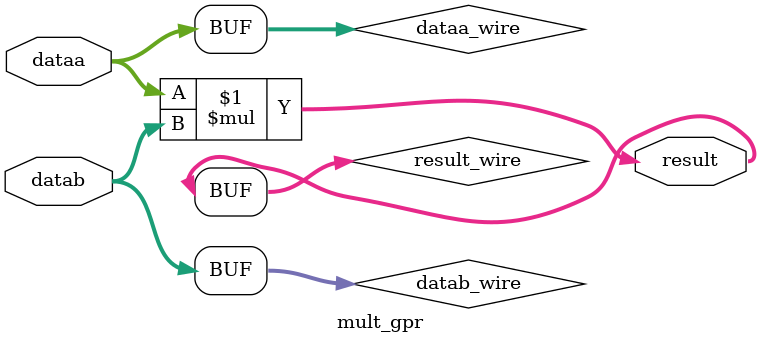
<source format=v>






//synthesis_resources = 
//synopsys translate_off
`timescale 1 ps / 1 ps
//synopsys translate_on
module  mult_gpr
	( 
	dataa,
	datab,
	result) /* synthesis synthesis_clearbox=1 */;
	input   [11:0]  dataa;
	input   [8:0]  datab;
	output   [20:0]  result;

	wire [11:0]    dataa_wire;
	wire [8:0]    datab_wire;
	wire [20:0]    result_wire;



	assign dataa_wire = dataa;
	assign datab_wire = datab;
	assign result_wire = dataa_wire * datab_wire;
	assign result = ({result_wire[20:0]});

endmodule //mult_gpr
//VALID FILE

</source>
